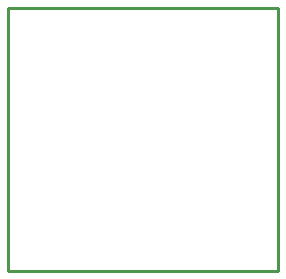
<source format=gbr>
G04 EAGLE Gerber RS-274X export*
G75*
%MOMM*%
%FSLAX34Y34*%
%LPD*%
%IN*%
%IPPOS*%
%AMOC8*
5,1,8,0,0,1.08239X$1,22.5*%
G01*
%ADD10C,0.254000*%


D10*
X0Y0D02*
X228600Y0D01*
X228600Y222250D01*
X0Y222250D01*
X0Y0D01*
M02*

</source>
